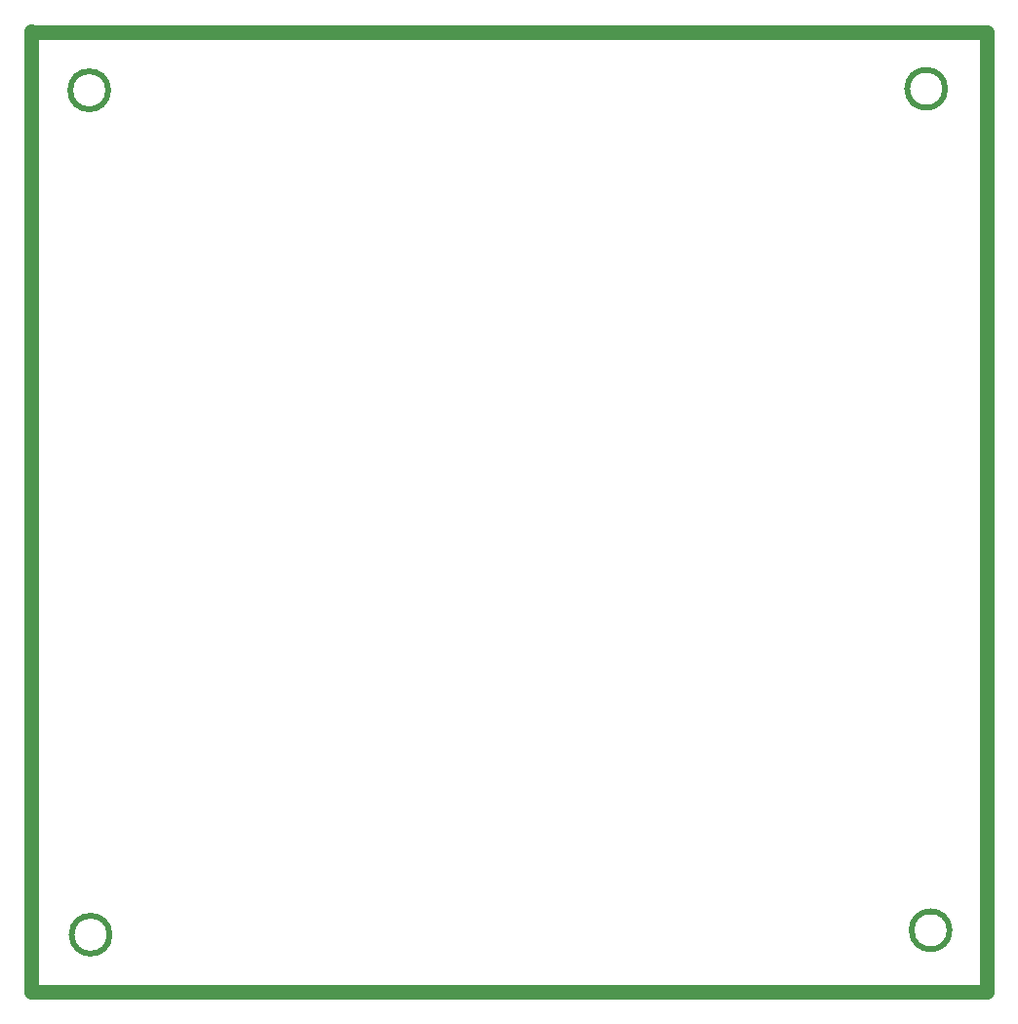
<source format=gm1>
G04*
G04 #@! TF.GenerationSoftware,Altium Limited,Altium Designer,20.0.1 (14)*
G04*
G04 Layer_Color=16711935*
%FSLAX25Y25*%
%MOIN*%
G70*
G01*
G75*
%ADD19C,0.02000*%
%ADD20C,0.05000*%
D19*
X312311Y-19185D02*
G03*
X312311Y-19185I-6496J0D01*
G01*
X313811Y-306815D02*
G03*
X313811Y-306815I-6496J0D01*
G01*
X26681Y-308315D02*
G03*
X26681Y-308315I-6496J0D01*
G01*
X26181Y-19685D02*
G03*
X26181Y-19685I-6496J0D01*
G01*
X312311Y-19185D02*
G03*
X312311Y-19185I-6496J0D01*
G01*
X313811Y-306815D02*
G03*
X313811Y-306815I-6496J0D01*
G01*
X26681Y-308315D02*
G03*
X26681Y-308315I-6496J0D01*
G01*
X26181Y-19685D02*
G03*
X26181Y-19685I-6496J0D01*
G01*
D20*
X326500Y16D02*
X326500Y-328000D01*
X500Y16D02*
X326500D01*
X0Y-328000D02*
X326500D01*
X0D02*
Y516D01*
X326500Y16D02*
X326500Y-328000D01*
X500Y16D02*
X326500D01*
X0Y-328000D02*
X326500D01*
X0D02*
Y516D01*
M02*

</source>
